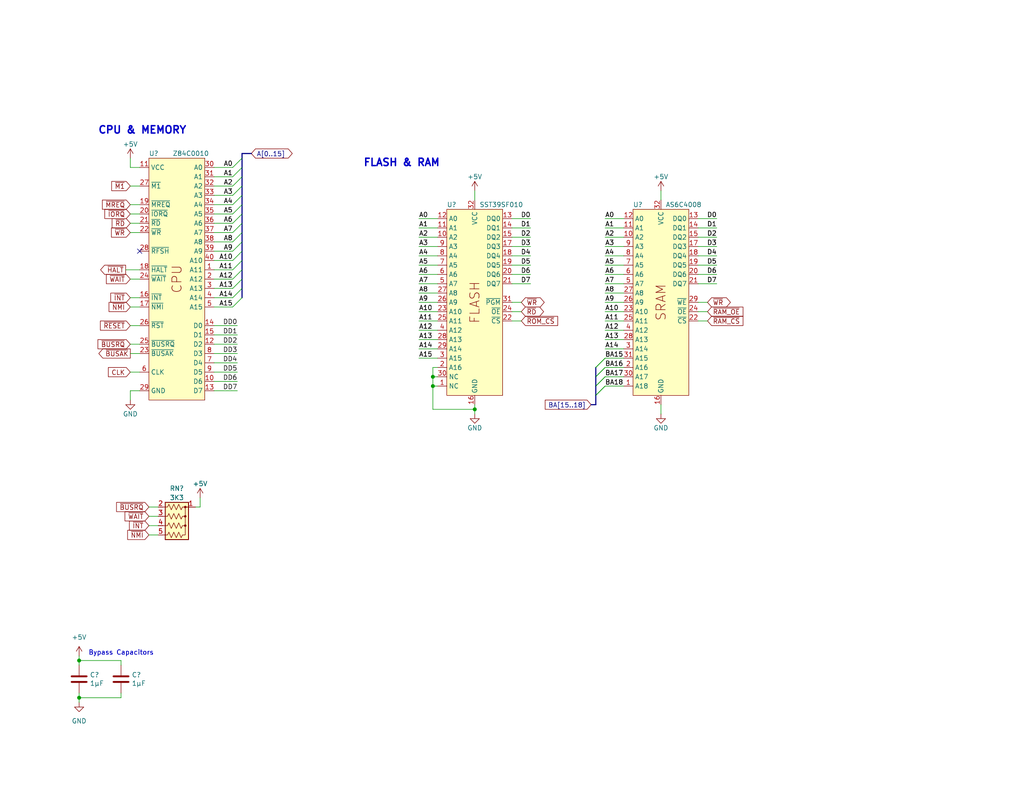
<source format=kicad_sch>
(kicad_sch (version 20230121) (generator eeschema)
  (paper "USLetter")
  (title_block (title "Flash ROM and RAM") (date "2023-09-08") (rev "2.12") (company "Frédéric Segard") (comment 1 "@microhobbyist") (comment 4 "Thank you to John Winans for his inspiration, as well as Grant Searle and Sergey Kiselev"))
  (lib_symbols
    (symbol "+5V_1" (power) (pin_names (offset 0))
      (property "Value" "+5V_1" (at 0 3.556 0))
      (symbol "+5V_1_0_1"
        (polyline (pts (xy -0.762 1.27) (xy 0 2.54)))
        (polyline (pts (xy 0 0) (xy 0 2.54)))
        (polyline (pts (xy 0 2.54) (xy 0.762 1.27)))
      )
      (symbol "+5V_1_1_1"
        (pin power_in line (at 0 0 90) (length 0) hide (name "+5V") (number "1"))
      )
    )
    (symbol "0_Library:AS6C4008"
      (property "Reference" "U" (at -7.62 0.635 0))
      (property "Value" "AS6C4008" (at 1.27 0.635 0))
      (symbol "AS6C4008_0_0"
        (text "SRAM" (at 0 -25.4 900) (effects (font (size 2.54 2.54))))
        (pin power_in line (at 0 -53.34 90) (length 2.54) (name "GND") (number "16"))
        (pin power_in line (at 0 2.54 270) (length 2.54) (name "VCC") (number "32"))
      )
      (symbol "AS6C4008_0_1"
        (rectangle (start -7.62 0) (end 7.62 -50.8) (fill (type background)))
      )
      (symbol "AS6C4008_1_1"
        (pin input line (at -10.16 -48.26 0) (length 2.54) (name "A18") (number "1"))
        (pin input line (at -10.16 -7.62 0) (length 2.54) (name "A2") (number "10"))
        (pin input line (at -10.16 -5.08 0) (length 2.54) (name "A1") (number "11"))
        (pin input line (at -10.16 -2.54 0) (length 2.54) (name "A0") (number "12"))
        (pin tri_state line (at 10.16 -2.54 180) (length 2.54) (name "DQ0") (number "13"))
        (pin tri_state line (at 10.16 -5.08 180) (length 2.54) (name "DQ1") (number "14"))
        (pin tri_state line (at 10.16 -7.62 180) (length 2.54) (name "DQ2") (number "15"))
        (pin tri_state line (at 10.16 -10.16 180) (length 2.54) (name "DQ3") (number "17"))
        (pin tri_state line (at 10.16 -12.7 180) (length 2.54) (name "DQ4") (number "18"))
        (pin tri_state line (at 10.16 -15.24 180) (length 2.54) (name "DQ5") (number "19"))
        (pin input line (at -10.16 -43.18 0) (length 2.54) (name "A16") (number "2"))
        (pin tri_state line (at 10.16 -17.78 180) (length 2.54) (name "DQ6") (number "20"))
        (pin tri_state line (at 10.16 -20.32 180) (length 2.54) (name "DQ7") (number "21"))
        (pin input line (at 10.16 -30.48 180) (length 2.54) (name "~{CS}") (number "22"))
        (pin input line (at -10.16 -27.94 0) (length 2.54) (name "A10") (number "23"))
        (pin input line (at 10.16 -27.94 180) (length 2.54) (name "~{OE}") (number "24"))
        (pin input line (at -10.16 -30.48 0) (length 2.54) (name "A11") (number "25"))
        (pin input line (at -10.16 -25.4 0) (length 2.54) (name "A9") (number "26"))
        (pin input line (at -10.16 -22.86 0) (length 2.54) (name "A8") (number "27"))
        (pin input line (at -10.16 -35.56 0) (length 2.54) (name "A13") (number "28"))
        (pin input line (at 10.16 -25.4 180) (length 2.54) (name "~{WE}") (number "29"))
        (pin input line (at -10.16 -38.1 0) (length 2.54) (name "A14") (number "3"))
        (pin input line (at -10.16 -45.72 0) (length 2.54) (name "A17") (number "30"))
        (pin input line (at -10.16 -40.64 0) (length 2.54) (name "A15") (number "31"))
        (pin input line (at -10.16 -33.02 0) (length 2.54) (name "A12") (number "4"))
        (pin input line (at -10.16 -20.32 0) (length 2.54) (name "A7") (number "5"))
        (pin input line (at -10.16 -17.78 0) (length 2.54) (name "A6") (number "6"))
        (pin input line (at -10.16 -15.24 0) (length 2.54) (name "A5") (number "7"))
        (pin input line (at -10.16 -12.7 0) (length 2.54) (name "A4") (number "8"))
        (pin input line (at -10.16 -10.16 0) (length 2.54) (name "A3") (number "9"))
      )
    )
    (symbol "0_Library:SST39SF010"
      (property "Reference" "U" (at -7.62 0 0))
      (property "Value" "SST39SF010" (at 1.27 0 0))
      (symbol "SST39SF010_0_0"
        (text "FLASH" (at 0 -25.4 900) (effects (font (size 2.54 2.54))))
        (pin power_in line (at 0 -53.34 90) (length 2.54) (name "GND") (number "16"))
        (pin power_in line (at 0 2.54 270) (length 2.54) (name "VCC") (number "32"))
      )
      (symbol "SST39SF010_0_1"
        (rectangle (start -7.62 0) (end 7.62 -50.8) (fill (type background)))
      )
      (symbol "SST39SF010_1_1"
        (pin input line (at -10.16 -48.26 0) (length 2.54) (name "NC") (number "1"))
        (pin input line (at -10.16 -7.62 0) (length 2.54) (name "A2") (number "10"))
        (pin input line (at -10.16 -5.08 0) (length 2.54) (name "A1") (number "11"))
        (pin input line (at -10.16 -2.54 0) (length 2.54) (name "A0") (number "12"))
        (pin tri_state line (at 10.16 -2.54 180) (length 2.54) (name "DQ0") (number "13"))
        (pin tri_state line (at 10.16 -5.08 180) (length 2.54) (name "DQ1") (number "14"))
        (pin tri_state line (at 10.16 -7.62 180) (length 2.54) (name "DQ2") (number "15"))
        (pin tri_state line (at 10.16 -10.16 180) (length 2.54) (name "DQ3") (number "17"))
        (pin tri_state line (at 10.16 -12.7 180) (length 2.54) (name "DQ4") (number "18"))
        (pin tri_state line (at 10.16 -15.24 180) (length 2.54) (name "DQ5") (number "19"))
        (pin input line (at -10.16 -43.18 0) (length 2.54) (name "A16") (number "2"))
        (pin tri_state line (at 10.16 -17.78 180) (length 2.54) (name "DQ6") (number "20"))
        (pin tri_state line (at 10.16 -20.32 180) (length 2.54) (name "DQ7") (number "21"))
        (pin input line (at 10.16 -30.48 180) (length 2.54) (name "~{CS}") (number "22"))
        (pin input line (at -10.16 -27.94 0) (length 2.54) (name "A10") (number "23"))
        (pin input line (at 10.16 -27.94 180) (length 2.54) (name "~{OE}") (number "24"))
        (pin input line (at -10.16 -30.48 0) (length 2.54) (name "A11") (number "25"))
        (pin input line (at -10.16 -25.4 0) (length 2.54) (name "A9") (number "26"))
        (pin input line (at -10.16 -22.86 0) (length 2.54) (name "A8") (number "27"))
        (pin input line (at -10.16 -35.56 0) (length 2.54) (name "A13") (number "28"))
        (pin input line (at -10.16 -38.1 0) (length 2.54) (name "A14") (number "29"))
        (pin input line (at -10.16 -40.64 0) (length 2.54) (name "A15") (number "3"))
        (pin input line (at -10.16 -45.72 0) (length 2.54) (name "NC") (number "30"))
        (pin input line (at 10.16 -25.4 180) (length 2.54) (name "~{PGM}") (number "31"))
        (pin input line (at -10.16 -33.02 0) (length 2.54) (name "A12") (number "4"))
        (pin input line (at -10.16 -20.32 0) (length 2.54) (name "A7") (number "5"))
        (pin input line (at -10.16 -17.78 0) (length 2.54) (name "A6") (number "6"))
        (pin input line (at -10.16 -15.24 0) (length 2.54) (name "A5") (number "7"))
        (pin input line (at -10.16 -12.7 0) (length 2.54) (name "A4") (number "8"))
        (pin input line (at -10.16 -10.16 0) (length 2.54) (name "A3") (number "9"))
      )
    )
    (symbol "0_Library:Z84C00xx CPU"
      (property "Reference" "U" (at -7.62 1.27 0))
      (property "Value" "Z84C00xx CPU" (at 1.27 1.27 0))
      (symbol "Z84C00xx CPU_0_0"
        (text "CPU" (at 0 -33.02 900) (effects (font (size 2.54 2.54))))
      )
      (symbol "Z84C00xx CPU_0_1"
        (rectangle (start -7.62 0) (end 7.62 -66.04) (stroke (width 0.1524)) (fill (type background)))
      )
      (symbol "Z84C00xx CPU_1_1"
        (pin tri_state line (at 10.16 -30.48 180) (length 2.54) (name "A11") (number "1"))
        (pin tri_state line (at 10.16 -60.96 180) (length 2.54) (name "D6") (number "10"))
        (pin power_in line (at -10.16 -2.54 0) (length 2.54) (name "VCC") (number "11"))
        (pin tri_state line (at 10.16 -50.8 180) (length 2.54) (name "D2") (number "12"))
        (pin tri_state line (at 10.16 -63.5 180) (length 2.54) (name "D7") (number "13"))
        (pin tri_state line (at 10.16 -45.72 180) (length 2.54) (name "D0") (number "14"))
        (pin tri_state line (at 10.16 -48.26 180) (length 2.54) (name "D1") (number "15"))
        (pin input line (at -10.16 -38.1 0) (length 2.54) (name "~{INT}") (number "16"))
        (pin input line (at -10.16 -40.64 0) (length 2.54) (name "~{NMI}") (number "17"))
        (pin output line (at -10.16 -30.48 0) (length 2.54) (name "~{HALT}") (number "18"))
        (pin tri_state line (at -10.16 -12.7 0) (length 2.54) (name "~{MREQ}") (number "19"))
        (pin tri_state line (at 10.16 -33.02 180) (length 2.54) (name "A12") (number "2"))
        (pin tri_state line (at -10.16 -15.24 0) (length 2.54) (name "~{IORQ}") (number "20"))
        (pin tri_state line (at -10.16 -17.78 0) (length 2.54) (name "~{RD}") (number "21"))
        (pin tri_state line (at -10.16 -20.32 0) (length 2.54) (name "~{WR}") (number "22"))
        (pin output line (at -10.16 -53.34 0) (length 2.54) (name "~{BUSAK}") (number "23"))
        (pin input line (at -10.16 -33.02 0) (length 2.54) (name "~{WAIT}") (number "24"))
        (pin input line (at -10.16 -50.8 0) (length 2.54) (name "~{BUSRQ}") (number "25"))
        (pin input line (at -10.16 -45.72 0) (length 2.54) (name "~{RST}") (number "26"))
        (pin output line (at -10.16 -7.62 0) (length 2.54) (name "~{M1}") (number "27"))
        (pin tri_state line (at -10.16 -25.4 0) (length 2.54) (name "~{RFSH}") (number "28"))
        (pin power_in line (at -10.16 -63.5 0) (length 2.54) (name "GND") (number "29"))
        (pin tri_state line (at 10.16 -35.56 180) (length 2.54) (name "A13") (number "3"))
        (pin tri_state line (at 10.16 -2.54 180) (length 2.54) (name "A0") (number "30"))
        (pin tri_state line (at 10.16 -5.08 180) (length 2.54) (name "A1") (number "31"))
        (pin tri_state line (at 10.16 -7.62 180) (length 2.54) (name "A2") (number "32"))
        (pin tri_state line (at 10.16 -10.16 180) (length 2.54) (name "A3") (number "33"))
        (pin tri_state line (at 10.16 -12.7 180) (length 2.54) (name "A4") (number "34"))
        (pin tri_state line (at 10.16 -15.24 180) (length 2.54) (name "A5") (number "35"))
        (pin tri_state line (at 10.16 -17.78 180) (length 2.54) (name "A6") (number "36"))
        (pin tri_state line (at 10.16 -20.32 180) (length 2.54) (name "A7") (number "37"))
        (pin tri_state line (at 10.16 -22.86 180) (length 2.54) (name "A8") (number "38"))
        (pin tri_state line (at 10.16 -25.4 180) (length 2.54) (name "A9") (number "39"))
        (pin tri_state line (at 10.16 -38.1 180) (length 2.54) (name "A14") (number "4"))
        (pin tri_state line (at 10.16 -27.94 180) (length 2.54) (name "A10") (number "40"))
        (pin tri_state line (at 10.16 -40.64 180) (length 2.54) (name "A15") (number "5"))
        (pin input line (at -10.16 -58.42 0) (length 2.54) (name "CLK") (number "6"))
        (pin tri_state line (at 10.16 -55.88 180) (length 2.54) (name "D4") (number "7"))
        (pin tri_state line (at 10.16 -53.34 180) (length 2.54) (name "D3") (number "8"))
        (pin tri_state line (at 10.16 -58.42 180) (length 2.54) (name "D5") (number "9"))
      )
    )
    (symbol "Device:C" (pin_numbers hide) (pin_names (offset 0.254))
      (property "Reference" "C" (at 0.635 2.54 0))
      (property "Value" "C" (at 0.635 -2.54 0))
      (symbol "C_0_1"
        (polyline (pts (xy -2.032 -0.762) (xy 2.032 -0.762)) (stroke (width 0.508)))
        (polyline (pts (xy -2.032 0.762) (xy 2.032 0.762)) (stroke (width 0.508)))
      )
      (symbol "C_1_1"
        (pin passive line (at 0 3.81 270) (length 2.794) (name "~") (number "1"))
        (pin passive line (at 0 -3.81 90) (length 2.794) (name "~") (number "2"))
      )
    )
    (symbol "Device:R_Network04_US" (pin_names (offset 0) hide)
      (property "Reference" "RN" (at -7.62 0 90))
      (property "Value" "R_Network04_US" (at 5.08 0 90))
      (symbol "R_Network04_US_0_1"
        (rectangle (start -6.35 -3.175) (end 3.81 3.175) (stroke (width 0.254)) (fill (type background)))
        (circle (center -5.08 2.286) (radius 0.254) (fill (type outline)))
        (circle (center -2.54 2.286) (radius 0.254) (fill (type outline)))
        (polyline (pts (xy -5.08 2.286) (xy 2.54 2.286)))
        (polyline (pts (xy -5.08 2.286) (xy -5.08 1.524) (xy -4.318 1.1684) (xy -5.842 0.508) (xy -4.318 -0.1524) (xy -5.842 -0.8382) (xy -4.318 -1.524) (xy -5.842 -2.1844) (xy -5.08 -2.54) (xy -5.08 -3.81)))
        (polyline (pts (xy -2.54 2.286) (xy -2.54 1.524) (xy -1.778 1.1684) (xy -3.302 0.508) (xy -1.778 -0.1524) (xy -3.302 -0.8382) (xy -1.778 -1.524) (xy -3.302 -2.1844) (xy -2.54 -2.54) (xy -2.54 -3.81)))
        (polyline (pts (xy 0 2.286) (xy 0 1.524) (xy 0.762 1.1684) (xy -0.762 0.508) (xy 0.762 -0.1524) (xy -0.762 -0.8382) (xy 0.762 -1.524) (xy -0.762 -2.1844) (xy 0 -2.54) (xy 0 -3.81)))
        (polyline (pts (xy 2.54 2.286) (xy 2.54 1.524) (xy 3.302 1.1684) (xy 1.778 0.508) (xy 3.302 -0.1524) (xy 1.778 -0.8382) (xy 3.302 -1.524) (xy 1.778 -2.1844) (xy 2.54 -2.54) (xy 2.54 -3.81)))
        (circle (center 0 2.286) (radius 0.254) (fill (type outline)))
      )
      (symbol "R_Network04_US_1_1"
        (pin passive line (at -5.08 5.08 270) (length 2.54) (name "common") (number "1"))
        (pin passive line (at -5.08 -5.08 90) (length 1.27) (name "R1") (number "2"))
        (pin passive line (at -2.54 -5.08 90) (length 1.27) (name "R2") (number "3"))
        (pin passive line (at 0 -5.08 90) (length 1.27) (name "R3") (number "4"))
        (pin passive line (at 2.54 -5.08 90) (length 1.27) (name "R4") (number "5"))
      )
    )
    (symbol "GND_1" (power) (pin_names (offset 0))
      (property "Value" "GND_1" (at 0 -3.81 0))
      (symbol "GND_1_0_1"
        (polyline (pts (xy 0 0) (xy 0 -1.27) (xy 1.27 -1.27) (xy 0 -2.54) (xy -1.27 -1.27) (xy 0 -1.27)))
      )
      (symbol "GND_1_1_1"
        (pin power_in line (at 0 0 270) (length 0) hide (name "GND") (number "1"))
      )
    )
  )
  (junction (at 21.59 190.5))
  (junction (at 118.11 105.41))
  (junction (at 118.11 102.87))
  (junction (at 21.59 180.34))
  (junction (at 129.54 111.76))
  (no_connect (at 38.1 68.58))
  (bus_entry (at 63.5 66.04) (size 2.54 -2.54))
  (bus_entry (at 63.5 63.5) (size 2.54 -2.54))
  (bus_entry (at 63.5 60.96) (size 2.54 -2.54))
  (bus_entry (at 63.5 68.58) (size 2.54 -2.54))
  (bus_entry (at 63.5 48.26) (size 2.54 -2.54))
  (bus_entry (at 63.5 53.34) (size 2.54 -2.54))
  (bus_entry (at 63.5 58.42) (size 2.54 -2.54))
  (bus_entry (at 63.5 78.74) (size 2.54 -2.54))
  (bus_entry (at 63.5 81.28) (size 2.54 -2.54))
  (bus_entry (at 63.5 55.88) (size 2.54 -2.54))
  (bus_entry (at 63.5 45.72) (size 2.54 -2.54))
  (bus_entry (at 63.5 76.2) (size 2.54 -2.54))
  (bus_entry (at 162.56 105.41) (size 2.54 -2.54))
  (bus_entry (at 162.56 105.41) (size 2.54 -2.54))
  (bus_entry (at 162.56 102.87) (size 2.54 -2.54))
  (bus_entry (at 162.56 102.87) (size 2.54 -2.54))
  (bus_entry (at 162.56 100.33) (size 2.54 -2.54))
  (bus_entry (at 162.56 100.33) (size 2.54 -2.54))
  (bus_entry (at 63.5 83.82) (size 2.54 -2.54))
  (bus_entry (at 162.56 107.95) (size 2.54 -2.54))
  (bus_entry (at 162.56 107.95) (size 2.54 -2.54))
  (bus_entry (at 63.5 73.66) (size 2.54 -2.54))
  (bus_entry (at 63.5 71.12) (size 2.54 -2.54))
  (bus_entry (at 63.5 50.8) (size 2.54 -2.54))
  (wire (pts (xy 139.7 64.77) (xy 144.78 64.77)))
  (wire (pts (xy 139.7 87.63) (xy 142.24 87.63)))
  (wire (pts (xy 21.59 189.23) (xy 21.59 190.5)))
  (wire (pts (xy 190.5 64.77) (xy 195.58 64.77)))
  (wire (pts (xy 35.56 101.6) (xy 38.1 101.6)))
  (wire (pts (xy 34.29 73.66) (xy 38.1 73.66)))
  (bus (pts (xy 66.04 55.88) (xy 66.04 53.34)))
  (wire (pts (xy 190.5 69.85) (xy 195.58 69.85)))
  (wire (pts (xy 58.42 104.14) (xy 64.77 104.14)))
  (bus (pts (xy 66.04 41.91) (xy 68.58 41.91)))
  (wire (pts (xy 119.38 92.71) (xy 114.3 92.71)))
  (wire (pts (xy 35.56 76.2) (xy 38.1 76.2)))
  (wire (pts (xy 129.54 111.76) (xy 129.54 113.03)))
  (wire (pts (xy 190.5 77.47) (xy 195.58 77.47)))
  (wire (pts (xy 190.5 82.55) (xy 193.04 82.55)))
  (wire (pts (xy 119.38 87.63) (xy 114.3 87.63)))
  (wire (pts (xy 33.02 189.23) (xy 33.02 190.5)))
  (bus (pts (xy 66.04 48.26) (xy 66.04 45.72)))
  (wire (pts (xy 165.1 105.41) (xy 170.18 105.41)))
  (wire (pts (xy 54.61 135.89) (xy 54.61 138.43)))
  (wire (pts (xy 35.56 55.88) (xy 38.1 55.88)))
  (wire (pts (xy 58.42 53.34) (xy 63.5 53.34)))
  (wire (pts (xy 190.5 87.63) (xy 193.04 87.63)))
  (bus (pts (xy 66.04 78.74) (xy 66.04 76.2)))
  (wire (pts (xy 58.42 99.06) (xy 64.77 99.06)))
  (wire (pts (xy 165.1 102.87) (xy 170.18 102.87)))
  (wire (pts (xy 170.18 74.93) (xy 165.1 74.93)))
  (wire (pts (xy 165.1 100.33) (xy 170.18 100.33)))
  (wire (pts (xy 119.38 62.23) (xy 114.3 62.23)))
  (bus (pts (xy 162.56 100.33) (xy 162.56 102.87)))
  (wire (pts (xy 35.56 50.8) (xy 38.1 50.8)))
  (wire (pts (xy 119.38 100.33) (xy 118.11 100.33)))
  (wire (pts (xy 139.7 67.31) (xy 144.78 67.31)))
  (wire (pts (xy 170.18 80.01) (xy 165.1 80.01)))
  (bus (pts (xy 66.04 76.2) (xy 66.04 73.66)))
  (wire (pts (xy 118.11 111.76) (xy 129.54 111.76)))
  (wire (pts (xy 21.59 179.07) (xy 21.59 180.34)))
  (bus (pts (xy 162.56 102.87) (xy 162.56 105.41)))
  (wire (pts (xy 190.5 72.39) (xy 195.58 72.39)))
  (wire (pts (xy 119.38 74.93) (xy 114.3 74.93)))
  (bus (pts (xy 66.04 53.34) (xy 66.04 50.8)))
  (wire (pts (xy 190.5 59.69) (xy 195.58 59.69)))
  (wire (pts (xy 40.64 140.97) (xy 43.18 140.97)))
  (wire (pts (xy 129.54 52.07) (xy 129.54 54.61)))
  (wire (pts (xy 118.11 105.41) (xy 118.11 111.76)))
  (wire (pts (xy 170.18 64.77) (xy 165.1 64.77)))
  (wire (pts (xy 129.54 110.49) (xy 129.54 111.76)))
  (wire (pts (xy 40.64 143.51) (xy 43.18 143.51)))
  (wire (pts (xy 35.56 93.98) (xy 38.1 93.98)))
  (wire (pts (xy 58.42 48.26) (xy 63.5 48.26)))
  (wire (pts (xy 58.42 96.52) (xy 64.77 96.52)))
  (wire (pts (xy 170.18 62.23) (xy 165.1 62.23)))
  (wire (pts (xy 180.34 52.07) (xy 180.34 54.61)))
  (bus (pts (xy 161.29 110.49) (xy 162.56 110.49)))
  (wire (pts (xy 33.02 180.34) (xy 21.59 180.34)))
  (wire (pts (xy 35.56 60.96) (xy 38.1 60.96)))
  (wire (pts (xy 35.56 83.82) (xy 38.1 83.82)))
  (wire (pts (xy 58.42 91.44) (xy 64.77 91.44)))
  (bus (pts (xy 162.56 105.41) (xy 162.56 107.95)))
  (wire (pts (xy 190.5 74.93) (xy 195.58 74.93)))
  (wire (pts (xy 58.42 68.58) (xy 63.5 68.58)))
  (wire (pts (xy 119.38 69.85) (xy 114.3 69.85)))
  (wire (pts (xy 119.38 85.09) (xy 114.3 85.09)))
  (wire (pts (xy 58.42 55.88) (xy 63.5 55.88)))
  (bus (pts (xy 66.04 60.96) (xy 66.04 58.42)))
  (wire (pts (xy 58.42 50.8) (xy 63.5 50.8)))
  (wire (pts (xy 180.34 110.49) (xy 180.34 113.03)))
  (wire (pts (xy 119.38 102.87) (xy 118.11 102.87)))
  (wire (pts (xy 190.5 62.23) (xy 195.58 62.23)))
  (wire (pts (xy 170.18 85.09) (xy 165.1 85.09)))
  (bus (pts (xy 66.04 73.66) (xy 66.04 71.12)))
  (wire (pts (xy 190.5 85.09) (xy 193.04 85.09)))
  (wire (pts (xy 119.38 59.69) (xy 114.3 59.69)))
  (wire (pts (xy 58.42 66.04) (xy 63.5 66.04)))
  (wire (pts (xy 139.7 74.93) (xy 144.78 74.93)))
  (bus (pts (xy 66.04 43.18) (xy 66.04 41.91)))
  (wire (pts (xy 170.18 82.55) (xy 165.1 82.55)))
  (wire (pts (xy 38.1 45.72) (xy 35.56 45.72)))
  (bus (pts (xy 66.04 71.12) (xy 66.04 68.58)))
  (wire (pts (xy 139.7 62.23) (xy 144.78 62.23)))
  (wire (pts (xy 170.18 59.69) (xy 165.1 59.69)))
  (wire (pts (xy 119.38 90.17) (xy 114.3 90.17)))
  (wire (pts (xy 21.59 180.34) (xy 21.59 181.61)))
  (wire (pts (xy 38.1 106.68) (xy 35.56 106.68)))
  (wire (pts (xy 119.38 77.47) (xy 114.3 77.47)))
  (wire (pts (xy 170.18 92.71) (xy 165.1 92.71)))
  (bus (pts (xy 66.04 81.28) (xy 66.04 78.74)))
  (wire (pts (xy 118.11 102.87) (xy 118.11 105.41)))
  (wire (pts (xy 139.7 77.47) (xy 144.78 77.47)))
  (wire (pts (xy 58.42 58.42) (xy 63.5 58.42)))
  (wire (pts (xy 35.56 43.18) (xy 35.56 45.72)))
  (wire (pts (xy 40.64 138.43) (xy 43.18 138.43)))
  (bus (pts (xy 66.04 50.8) (xy 66.04 48.26)))
  (bus (pts (xy 66.04 45.72) (xy 66.04 43.18)))
  (wire (pts (xy 170.18 67.31) (xy 165.1 67.31)))
  (wire (pts (xy 58.42 93.98) (xy 64.77 93.98)))
  (wire (pts (xy 119.38 97.79) (xy 114.3 97.79)))
  (wire (pts (xy 33.02 181.61) (xy 33.02 180.34)))
  (wire (pts (xy 35.56 58.42) (xy 38.1 58.42)))
  (wire (pts (xy 58.42 76.2) (xy 63.5 76.2)))
  (wire (pts (xy 58.42 88.9) (xy 64.77 88.9)))
  (wire (pts (xy 170.18 72.39) (xy 165.1 72.39)))
  (wire (pts (xy 119.38 95.25) (xy 114.3 95.25)))
  (wire (pts (xy 119.38 80.01) (xy 114.3 80.01)))
  (bus (pts (xy 66.04 68.58) (xy 66.04 66.04)))
  (wire (pts (xy 35.56 106.68) (xy 35.56 109.22)))
  (wire (pts (xy 21.59 190.5) (xy 33.02 190.5)))
  (wire (pts (xy 165.1 97.79) (xy 170.18 97.79)))
  (wire (pts (xy 190.5 67.31) (xy 195.58 67.31)))
  (wire (pts (xy 170.18 77.47) (xy 165.1 77.47)))
  (bus (pts (xy 162.56 107.95) (xy 162.56 110.49)))
  (wire (pts (xy 170.18 69.85) (xy 165.1 69.85)))
  (wire (pts (xy 139.7 69.85) (xy 144.78 69.85)))
  (wire (pts (xy 58.42 73.66) (xy 63.5 73.66)))
  (wire (pts (xy 170.18 87.63) (xy 165.1 87.63)))
  (wire (pts (xy 170.18 90.17) (xy 165.1 90.17)))
  (wire (pts (xy 142.24 85.09) (xy 139.7 85.09)))
  (wire (pts (xy 35.56 88.9) (xy 38.1 88.9)))
  (wire (pts (xy 139.7 72.39) (xy 144.78 72.39)))
  (wire (pts (xy 119.38 72.39) (xy 114.3 72.39)))
  (wire (pts (xy 118.11 100.33) (xy 118.11 102.87)))
  (wire (pts (xy 58.42 81.28) (xy 63.5 81.28)))
  (wire (pts (xy 58.42 106.68) (xy 64.77 106.68)))
  (wire (pts (xy 58.42 71.12) (xy 63.5 71.12)))
  (wire (pts (xy 58.42 63.5) (xy 63.5 63.5)))
  (bus (pts (xy 66.04 58.42) (xy 66.04 55.88)))
  (wire (pts (xy 58.42 101.6) (xy 64.77 101.6)))
  (wire (pts (xy 139.7 59.69) (xy 144.78 59.69)))
  (wire (pts (xy 58.42 78.74) (xy 63.5 78.74)))
  (wire (pts (xy 139.7 82.55) (xy 142.24 82.55)))
  (wire (pts (xy 35.56 96.52) (xy 38.1 96.52)))
  (wire (pts (xy 118.11 105.41) (xy 119.38 105.41)))
  (wire (pts (xy 21.59 190.5) (xy 21.59 191.77)))
  (bus (pts (xy 66.04 66.04) (xy 66.04 63.5)))
  (wire (pts (xy 58.42 45.72) (xy 63.5 45.72)))
  (wire (pts (xy 119.38 82.55) (xy 114.3 82.55)))
  (wire (pts (xy 58.42 83.82) (xy 63.5 83.82)))
  (wire (pts (xy 40.64 146.05) (xy 43.18 146.05)))
  (bus (pts (xy 66.04 63.5) (xy 66.04 60.96)))
  (wire (pts (xy 58.42 60.96) (xy 63.5 60.96)))
  (wire (pts (xy 170.18 95.25) (xy 165.1 95.25)))
  (wire (pts (xy 35.56 81.28) (xy 38.1 81.28)))
  (wire (pts (xy 54.61 138.43) (xy 53.34 138.43)))
  (wire (pts (xy 119.38 64.77) (xy 114.3 64.77)))
  (wire (pts (xy 35.56 63.5) (xy 38.1 63.5)))
  (wire (pts (xy 119.38 67.31) (xy 114.3 67.31)))
  (text "CPU & MEMORY" (at 26.67 36.83 0) (effects (font (size 2 2) (thickness 0.4) bold) (justify left bottom)))
  (text "Bypass Capacitors" (at 24.13 179.07 0) (effects (font (size 1.27 1.27)) (justify left bottom)))
  (text "Bypass Capacitors" (at 24.13 179.07 0) (effects (font (size 1.27 1.27)) (justify left bottom)))
  (text "FLASH & RAM" (at 99.06 45.72 0) (effects (font (size 2 2) (thickness 0.4) bold) (justify left bottom)))
  (label "A6" (at 63.5 60.96 180))
  (label "A14" (at 114.3 95.25 0))
  (label "BA18" (at 165.1 105.41 0))
  (label "D5" (at 144.78 72.39 180))
  (label "BA15" (at 165.1 97.79 0))
  (label "A9" (at 114.3 82.55 0))
  (label "D7" (at 144.78 77.47 180))
  (label "A1" (at 114.3 62.23 0))
  (label "A13" (at 165.1 92.71 0))
  (label "A14" (at 63.5 81.28 180))
  (label "A10" (at 165.1 85.09 0))
  (label "A4" (at 63.5 55.88 180))
  (label "A10" (at 63.5 71.12 180))
  (label "A9" (at 63.5 68.58 180))
  (label "A3" (at 165.1 67.31 0))
  (label "A3" (at 165.1 67.31 0))
  (label "D1" (at 144.78 62.23 180))
  (label "A9" (at 114.3 82.55 0))
  (label "A11" (at 114.3 87.63 0))
  (label "D5" (at 195.58 72.39 180))
  (label "D7" (at 144.78 77.47 180))
  (label "A2" (at 165.1 64.77 0))
  (label "DD1" (at 64.77 91.44 180))
  (label "A2" (at 114.3 64.77 0))
  (label "BA15" (at 165.1 97.79 0))
  (label "A7" (at 114.3 77.47 0))
  (label "A15" (at 63.5 83.82 180))
  (label "A0" (at 165.1 59.69 0))
  (label "A4" (at 114.3 69.85 0))
  (label "A5" (at 165.1 72.39 0))
  (label "DD4" (at 64.77 99.06 180))
  (label "BA18" (at 165.1 105.41 0))
  (label "A1" (at 114.3 62.23 0))
  (label "A6" (at 165.1 74.93 0))
  (label "A2" (at 63.5 50.8 180))
  (label "A13" (at 63.5 78.74 180))
  (label "BA16" (at 165.1 100.33 0))
  (label "BA17" (at 165.1 102.87 0))
  (label "A10" (at 63.5 71.12 180))
  (label "D6" (at 144.78 74.93 180))
  (label "A3" (at 114.3 67.31 0))
  (label "A11" (at 165.1 87.63 0))
  (label "A9" (at 165.1 82.55 0))
  (label "A5" (at 114.3 72.39 0))
  (label "A6" (at 63.5 60.96 180))
  (label "D4" (at 144.78 69.85 180))
  (label "A13" (at 114.3 92.71 0))
  (label "D4" (at 195.58 69.85 180))
  (label "A4" (at 165.1 69.85 0))
  (label "A2" (at 114.3 64.77 0))
  (label "D6" (at 195.58 74.93 180))
  (label "D1" (at 144.78 62.23 180))
  (label "A0" (at 114.3 59.69 0))
  (label "D2" (at 195.58 64.77 180))
  (label "A8" (at 165.1 80.01 0))
  (label "D4" (at 144.78 69.85 180))
  (label "DD0" (at 64.77 88.9 180))
  (label "A13" (at 165.1 92.71 0))
  (label "A10" (at 114.3 85.09 0))
  (label "D1" (at 195.58 62.23 180))
  (label "A8" (at 63.5 66.04 180))
  (label "A3" (at 63.5 53.34 180))
  (label "D0" (at 195.58 59.69 180))
  (label "A6" (at 114.3 74.93 0))
  (label "A0" (at 165.1 59.69 0))
  (label "A14" (at 165.1 95.25 0))
  (label "A1" (at 63.5 48.26 180))
  (label "D1" (at 195.58 62.23 180))
  (label "D0" (at 195.58 59.69 180))
  (label "A5" (at 114.3 72.39 0))
  (label "A7" (at 165.1 77.47 0))
  (label "A6" (at 114.3 74.93 0))
  (label "D6" (at 195.58 74.93 180))
  (label "A12" (at 165.1 90.17 0))
  (label "D5" (at 195.58 72.39 180))
  (label "D2" (at 144.78 64.77 180))
  (label "A0" (at 63.5 45.72 180))
  (label "A0" (at 63.5 45.72 180))
  (label "A6" (at 165.1 74.93 0))
  (label "D3" (at 195.58 67.31 180))
  (label "A13" (at 114.3 92.71 0))
  (label "A8" (at 63.5 66.04 180))
  (label "A1" (at 165.1 62.23 0))
  (label "D7" (at 195.58 77.47 180))
  (label "BA17" (at 165.1 102.87 0))
  (label "D3" (at 144.78 67.31 180))
  (label "DD3" (at 64.77 96.52 180))
  (label "A5" (at 165.1 72.39 0))
  (label "A1" (at 165.1 62.23 0))
  (label "A3" (at 63.5 53.34 180))
  (label "A14" (at 165.1 95.25 0))
  (label "BA16" (at 165.1 100.33 0))
  (label "D3" (at 144.78 67.31 180))
  (label "A10" (at 165.1 85.09 0))
  (label "A7" (at 165.1 77.47 0))
  (label "D5" (at 144.78 72.39 180))
  (label "A15" (at 114.3 97.79 0))
  (label "D2" (at 195.58 64.77 180))
  (label "A8" (at 114.3 80.01 0))
  (label "DD2" (at 64.77 93.98 180))
  (label "DD6" (at 64.77 104.14 180))
  (label "A11" (at 63.5 73.66 180))
  (label "A5" (at 63.5 58.42 180))
  (label "DD7" (at 64.77 106.68 180))
  (label "D6" (at 144.78 74.93 180))
  (label "A13" (at 63.5 78.74 180))
  (label "D3" (at 195.58 67.31 180))
  (label "D0" (at 144.78 59.69 180))
  (label "A0" (at 114.3 59.69 0))
  (label "A3" (at 114.3 67.31 0))
  (label "A10" (at 114.3 85.09 0))
  (label "A2" (at 63.5 50.8 180))
  (label "A8" (at 114.3 80.01 0))
  (label "A7" (at 63.5 63.5 180))
  (label "A1" (at 63.5 48.26 180))
  (label "A2" (at 165.1 64.77 0))
  (label "A5" (at 63.5 58.42 180))
  (label "A15" (at 63.5 83.82 180))
  (label "A12" (at 63.5 76.2 180))
  (label "D4" (at 195.58 69.85 180))
  (label "A12" (at 114.3 90.17 0))
  (label "A15" (at 114.3 97.79 0))
  (label "A9" (at 165.1 82.55 0))
  (label "A14" (at 114.3 95.25 0))
  (label "A11" (at 165.1 87.63 0))
  (label "D7" (at 195.58 77.47 180))
  (label "A4" (at 165.1 69.85 0))
  (label "A11" (at 63.5 73.66 180))
  (label "A12" (at 114.3 90.17 0))
  (label "A14" (at 63.5 81.28 180))
  (label "A7" (at 114.3 77.47 0))
  (label "A9" (at 63.5 68.58 180))
  (label "A11" (at 114.3 87.63 0))
  (label "A4" (at 114.3 69.85 0))
  (label "D0" (at 144.78 59.69 180))
  (label "D2" (at 144.78 64.77 180))
  (label "A4" (at 63.5 55.88 180))
  (label "A12" (at 63.5 76.2 180))
  (label "DD5" (at 64.77 101.6 180))
  (label "A7" (at 63.5 63.5 180))
  (label "A8" (at 165.1 80.01 0))
  (label "A12" (at 165.1 90.17 0))
  (global_label "~{WR}" (shape input) (at 35.56 63.5 180) (property "Intersheetrefs" "${INTERSHEET_REFS}" (effects hide)))
  (global_label "~{RD}" (shape tri_state) (at 142.24 85.09 0) (property "Intersheetrefs" "${INTERSHEET_REFS}" (effects hide)))
  (global_label "~{MREQ}" (shape input) (at 35.56 55.88 180) (property "Intersheetrefs" "${INTERSHEET_REFS}" (effects hide)))
  (global_label "~{HALT}" (shape output) (at 34.29 73.66 180) (property "Intersheetrefs" "${INTERSHEET_REFS}" (effects hide)))
  (global_label "~{NMI}" (shape input) (at 40.64 146.05 180) (property "Intersheetrefs" "${INTERSHEET_REFS}" (effects hide)))
  (global_label "CLK" (shape input) (at 35.56 101.6 180) (property "Intersheetrefs" "${INTERSHEET_REFS}" (effects hide)))
  (global_label "~{ROM_CS}" (shape input) (at 142.24 87.63 0) (property "Intersheetrefs" "${INTERSHEET_REFS}" (effects hide)))
  (global_label "~{M1}" (shape input) (at 35.56 50.8 180) (property "Intersheetrefs" "${INTERSHEET_REFS}" (effects hide)))
  (global_label "~{BUSRQ}" (shape input) (at 35.56 93.98 180) (property "Intersheetrefs" "${INTERSHEET_REFS}" (effects hide)))
  (global_label "A[0..15]" (shape tri_state) (at 68.58 41.91 0) (property "Intersheetrefs" "${INTERSHEET_REFS}" (effects hide)))
  (global_label "~{RAM_CS}" (shape input) (at 193.04 87.63 0) (property "Intersheetrefs" "${INTERSHEET_REFS}" (effects hide)))
  (global_label "~{INT}" (shape input) (at 40.64 143.51 180) (property "Intersheetrefs" "${INTERSHEET_REFS}" (effects hide)))
  (global_label "~{NMI}" (shape input) (at 35.56 83.82 180) (property "Intersheetrefs" "${INTERSHEET_REFS}" (effects hide)))
  (global_label "~{RAM_OE}" (shape input) (at 193.04 85.09 0) (property "Intersheetrefs" "${INTERSHEET_REFS}" (effects hide)))
  (global_label "~{WR}" (shape tri_state) (at 193.04 82.55 0) (property "Intersheetrefs" "${INTERSHEET_REFS}" (effects hide)))
  (global_label "~{RESET}" (shape input) (at 35.56 88.9 180) (property "Intersheetrefs" "${INTERSHEET_REFS}" (effects hide)))
  (global_label "~{IORQ}" (shape input) (at 35.56 58.42 180) (property "Intersheetrefs" "${INTERSHEET_REFS}" (effects hide)))
  (global_label "~{INT}" (shape input) (at 35.56 81.28 180) (property "Intersheetrefs" "${INTERSHEET_REFS}" (effects hide)))
  (global_label "~{BUSAK}" (shape output) (at 35.56 96.52 180) (property "Intersheetrefs" "${INTERSHEET_REFS}" (effects hide)))
  (global_label "~{WR}" (shape tri_state) (at 142.24 82.55 0) (property "Intersheetrefs" "${INTERSHEET_REFS}" (effects hide)))
  (global_label "~{WAIT}" (shape input) (at 35.56 76.2 180) (property "Intersheetrefs" "${INTERSHEET_REFS}" (effects hide)))
  (global_label "~{BUSRQ}" (shape input) (at 40.64 138.43 180) (property "Intersheetrefs" "${INTERSHEET_REFS}" (effects hide)))
  (global_label "BA[15..18]" (shape input) (at 161.29 110.49 180) (property "Intersheetrefs" "${INTERSHEET_REFS}" (effects hide)))
  (global_label "~{WAIT}" (shape input) (at 40.64 140.97 180) (property "Intersheetrefs" "${INTERSHEET_REFS}" (effects hide)))
  (global_label "~{RD}" (shape input) (at 35.56 60.96 180) (property "Intersheetrefs" "${INTERSHEET_REFS}" (effects hide)))
  (symbol (lib_name "GND_1") (lib_id "power:GND") (at 35.56 109.22 0) (unit 1)
    (property "Reference" "#PWR?" (effects hide))
    (property "Value" "GND" (at 35.56 113.03 0))
    (instances (project "1 - Main CPU board with basic peripherals (rev5)" (path "" (reference "#PWR?") (unit 1))) (project "2 - CPU and memory card with the essential peripherals" (path "" (reference "#PWR?") (unit 1)) (path "" (reference "#PWR?") (unit 1)) (path "" (reference "#PWR?") (unit 1))) (project "2 - CPU and core components (Rev 3)" (path "" (reference "#PWR06") (unit 1)) (path "" (reference "#PWR046") (unit 1))))
  )
  (symbol (lib_id "0_Library:Z84C00xx CPU") (at 48.26 43.18 0) (unit 1)
    (property "Reference" "U?" (at 40.64 41.91 0) (effects (justify left)))
    (property "Value" "Z84C0010" (at 52.07 41.91 0))
    (property "Footprint" "Package_DIP:DIP-40_W15.24mm_Socket" (effects hide))
    (property "Datasheet" "https://www.mouser.ca/datasheet/2/240/ps0178-2584834.pdf" (effects hide))
    (instances (project "1 - Main CPU board with basic peripherals (rev5)" (path "" (reference "U?") (unit 1))) (project "2 - CPU and memory card with the essential peripherals" (path "" (reference "U?") (unit 1))) (project "" (path "" (reference "U?") (unit 1))) (project "2 - CPU and core components (Rev 3)" (path "" (reference "U10") (unit 1)) (path "" (reference "U11") (unit 1))))
  )
  (symbol (lib_name "+5V_1") (lib_id "power:+5V") (at 180.34 52.07 0) (unit 1)
    (property "Reference" "#PWR?" (effects hide))
    (property "Value" "+5V" (at 180.34 48.26 0))
    (instances (project "1 - Main CPU board with basic peripherals (rev5)" (path "" (reference "#PWR?") (unit 1))) (project "2 - CPU and memory card with the essential peripherals" (path "" (reference "#PWR?") (unit 1))) (project "2 - CPU and core components (Rev 3)" (path "" (reference "#PWR?") (unit 1)) (path "" (reference "#PWR054") (unit 1))))
  )
  (symbol (lib_name "GND_1") (lib_id "power:GND") (at 180.34 113.03 0) (unit 1)
    (property "Reference" "#PWR?" (effects hide))
    (property "Value" "GND" (at 180.34 116.84 0))
    (instances (project "1 - Main CPU board with basic peripherals (rev5)" (path "" (reference "#PWR?") (unit 1))) (project "2 - CPU and memory card with the essential peripherals" (path "" (reference "#PWR?") (unit 1)) (path "" (reference "#PWR?") (unit 1)) (path "" (reference "#PWR?") (unit 1))) (project "2 - CPU and core components (Rev 3)" (path "" (reference "#PWR?") (unit 1)) (path "" (reference "#PWR057") (unit 1))))
  )
  (symbol (lib_name "+5V_1") (lib_id "power:+5V") (at 54.61 135.89 0) (unit 1)
    (property "Reference" "#PWR?" (effects hide))
    (property "Value" "+5V" (at 54.61 132.08 0))
    (instances (project "1 - Main CPU board with basic peripherals (rev5)" (path "" (reference "#PWR?") (unit 1))) (project "0 - Card edge backplane v2" (path "" (reference "#PWR?") (unit 1))) (project "2 - CPU and core components (Rev 3)" (path "" (reference "#PWR?") (unit 1)) (path "" (reference "#PWR07") (unit 1)) (path "" (reference "#PWR049") (unit 1))))
  )
  (symbol (lib_name "GND_1") (lib_id "power:GND") (at 21.59 191.77 0) (unit 1)
    (property "Reference" "#PWR?" (effects hide))
    (property "Value" "GND" (at 21.59 196.85 0))
    (instances (project "1 - Main CPU board with basic peripherals (rev5)" (path "" (reference "#PWR?") (unit 1)) (path "" (reference "#PWR?") (unit 1))) (project "2 - CPU and memory card with the essential peripherals" (path "" (reference "#PWR?") (unit 1))) (project "3 - Quad Serial card v3" (path "" (reference "#PWR?") (unit 1)) (path "" (reference "#PWR?") (unit 1))) (project "2 - CPU and core components (Rev 3)" (path "" (reference "#PWR?") (unit 1)) (path "" (reference "#PWR?") (unit 1)) (path "" (reference "#PWR061") (unit 1))))
  )
  (symbol (lib_name "+5V_1") (lib_id "power:+5V") (at 35.56 43.18 0) (unit 1)
    (property "Reference" "#PWR?" (effects hide))
    (property "Value" "+5V" (at 35.56 39.37 0))
    (instances (project "1 - Main CPU board with basic peripherals (rev5)" (path "" (reference "#PWR?") (unit 1))) (project "2 - CPU and memory card with the essential peripherals" (path "" (reference "#PWR?") (unit 1))) (project "2 - CPU and core components (Rev 3)" (path "" (reference "#PWR05") (unit 1)) (path "" (reference "#PWR041") (unit 1))))
  )
  (symbol (lib_id "Device:C") (at 33.02 185.42 0) (unit 1)
    (property "Reference" "C?" (at 35.941 184.2516 0) (effects (justify left)))
    (property "Value" "1µF" (at 35.941 186.563 0) (effects (justify left)))
    (property "Footprint" "Capacitor_THT:C_Disc_D3.4mm_W2.1mm_P2.50mm" (effects hide))
    (instances (project "1 - Main CPU board with basic peripherals (rev5)" (path "" (reference "C?") (unit 1)) (path "" (reference "C?") (unit 1))) (project "2 - CPU and memory card with the essential peripherals" (path "" (reference "C?") (unit 1))) (project "3 - Quad Serial card v3" (path "" (reference "C?") (unit 1)) (path "" (reference "C?") (unit 1))) (project "2 - CPU and core components (Rev 3)" (path "" (reference "C?") (unit 1)) (path "" (reference "C?") (unit 1)) (path "" (reference "C18") (unit 1))))
  )
  (symbol (lib_id "Device:R_Network04_US") (at 48.26 143.51 270) (unit 1)
    (property "Reference" "RN?" (at 48.26 133.35 90))
    (property "Value" "3K3" (at 48.26 135.89 90))
    (property "Footprint" "Resistor_THT:R_Array_SIP5" (effects hide))
    (property "Datasheet" "http://www.vishay.com/docs/31509/csc.pdf" (effects hide))
    (instances (project "2 - CPU and core components (Rev 3)" (path "" (reference "RN?") (unit 1)) (path "" (reference "RN4") (unit 1)) (path "" (reference "RN4") (unit 1))))
  )
  (symbol (lib_id "0_Library:AS6C4008") (at 180.34 57.15 0) (unit 1)
    (property "Reference" "U?" (at 172.72 55.88 0) (effects (justify left)))
    (property "Value" "AS6C4008" (at 181.61 55.88 0) (effects (justify left)))
    (property "Footprint" "Package_DIP:DIP-32_W15.24mm_Socket" (effects hide))
    (property "Datasheet" "https://www.alliancememory.com/wp-content/uploads/pdf/AS6C4008.pdf" (effects hide))
    (instances (project "1 - Main CPU board with basic peripherals (rev5)" (path "" (reference "U?") (unit 1))) (project "2 - CPU and memory card with the essential peripherals" (path "" (reference "U?") (unit 1))) (project "" (path "" (reference "U?") (unit 1))) (project "2 - CPU and core components (Rev 3)" (path "" (reference "U?") (unit 1)) (path "" (reference "U16") (unit 1))))
  )
  (symbol (lib_id "0_Library:SST39SF010") (at 129.54 57.15 0) (unit 1)
    (property "Reference" "U?" (at 121.92 55.88 0) (effects (justify left)))
    (property "Value" "SST39SF010" (at 130.81 55.88 0) (effects (justify left)))
    (property "Footprint" "Package_DIP:DIP-32_W15.24mm_Socket" (effects hide))
    (property "Datasheet" "https://ww1.microchip.com/downloads/en/DeviceDoc/20005022C.pdf" (effects hide))
    (instances (project "1 - Main CPU board with basic peripherals (rev5)" (path "" (reference "U?") (unit 1))) (project "2 - CPU and memory card with the essential peripherals" (path "" (reference "U?") (unit 1))) (project "" (path "" (reference "U?") (unit 1))) (project "2 - CPU and core components (Rev 3)" (path "" (reference "U?") (unit 1)) (path "" (reference "U15") (unit 1))))
  )
  (symbol (lib_name "+5V_1") (lib_id "power:+5V") (at 129.54 52.07 0) (unit 1)
    (property "Reference" "#PWR?" (effects hide))
    (property "Value" "+5V" (at 129.54 48.26 0))
    (instances (project "1 - Main CPU board with basic peripherals (rev5)" (path "" (reference "#PWR?") (unit 1))) (project "2 - CPU and memory card with the essential peripherals" (path "" (reference "#PWR?") (unit 1))) (project "2 - CPU and core components (Rev 3)" (path "" (reference "#PWR?") (unit 1)) (path "" (reference "#PWR053") (unit 1))))
  )
  (symbol (lib_name "GND_1") (lib_id "power:GND") (at 129.54 113.03 0) (unit 1)
    (property "Reference" "#PWR?" (effects hide))
    (property "Value" "GND" (at 129.54 116.84 0))
    (instances (project "1 - Main CPU board with basic peripherals (rev5)" (path "" (reference "#PWR?") (unit 1))) (project "2 - CPU and memory card with the essential peripherals" (path "" (reference "#PWR?") (unit 1)) (path "" (reference "#PWR?") (unit 1)) (path "" (reference "#PWR?") (unit 1))) (project "2 - CPU and core components (Rev 3)" (path "" (reference "#PWR?") (unit 1)) (path "" (reference "#PWR056") (unit 1))))
  )
  (symbol (lib_name "+5V_1") (lib_id "power:+5V") (at 21.59 179.07 0) (unit 1)
    (property "Reference" "#PWR?" (effects hide))
    (property "Value" "+5V" (at 21.59 173.99 0))
    (instances (project "1 - Main CPU board with basic peripherals (rev5)" (path "" (reference "#PWR?") (unit 1)) (path "" (reference "#PWR?") (unit 1))) (project "2 - CPU and memory card with the essential peripherals" (path "" (reference "#PWR?") (unit 1))) (project "3 - Quad Serial card v3" (path "" (reference "#PWR?") (unit 1)) (path "" (reference "#PWR?") (unit 1))) (project "2 - CPU and core components (Rev 3)" (path "" (reference "#PWR?") (unit 1)) (path "" (reference "#PWR?") (unit 1)) (path "" (reference "#PWR060") (unit 1))))
  )
  (symbol (lib_id "Device:C") (at 21.59 185.42 0) (unit 1)
    (property "Reference" "C?" (at 24.511 184.2516 0) (effects (justify left)))
    (property "Value" "1µF" (at 24.511 186.563 0) (effects (justify left)))
    (property "Footprint" "Capacitor_THT:C_Disc_D3.4mm_W2.1mm_P2.50mm" (effects hide))
    (instances (project "1 - Main CPU board with basic peripherals (rev5)" (path "" (reference "C?") (unit 1)) (path "" (reference "C?") (unit 1))) (project "2 - CPU and memory card with the essential peripherals" (path "" (reference "C?") (unit 1))) (project "3 - Quad Serial card v3" (path "" (reference "C?") (unit 1)) (path "" (reference "C?") (unit 1))) (project "2 - CPU and core components (Rev 3)" (path "" (reference "C?") (unit 1)) (path "" (reference "C?") (unit 1)) (path "" (reference "C17") (unit 1))))
  )
)
</source>
